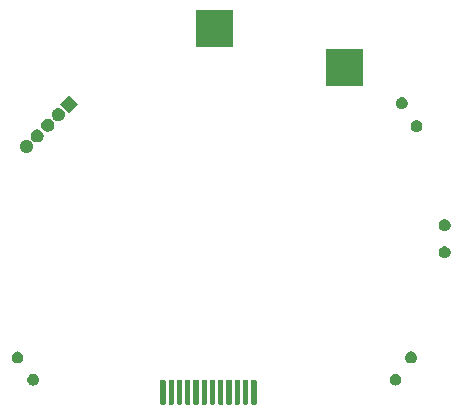
<source format=gbr>
G04 #@! TF.GenerationSoftware,KiCad,Pcbnew,(5.1.6)-1*
G04 #@! TF.CreationDate,2020-05-24T14:26:44-05:00*
G04 #@! TF.ProjectId,nrf,6e72662e-6b69-4636-9164-5f7063625858,rev?*
G04 #@! TF.SameCoordinates,Original*
G04 #@! TF.FileFunction,Soldermask,Bot*
G04 #@! TF.FilePolarity,Negative*
%FSLAX46Y46*%
G04 Gerber Fmt 4.6, Leading zero omitted, Abs format (unit mm)*
G04 Created by KiCad (PCBNEW (5.1.6)-1) date 2020-05-24 14:26:44*
%MOMM*%
%LPD*%
G01*
G04 APERTURE LIST*
%ADD10C,0.100000*%
G04 APERTURE END LIST*
D10*
G36*
X136505204Y-121951124D02*
G01*
X136521598Y-121956097D01*
X136536711Y-121964175D01*
X136549955Y-121975045D01*
X136560825Y-121988289D01*
X136568903Y-122003402D01*
X136573876Y-122019796D01*
X136575800Y-122039331D01*
X136575800Y-123960669D01*
X136573876Y-123980204D01*
X136568903Y-123996598D01*
X136560825Y-124011711D01*
X136549955Y-124024955D01*
X136536711Y-124035825D01*
X136521598Y-124043903D01*
X136505204Y-124048876D01*
X136485669Y-124050800D01*
X136214331Y-124050800D01*
X136194796Y-124048876D01*
X136178402Y-124043903D01*
X136163289Y-124035825D01*
X136150045Y-124024955D01*
X136139175Y-124011711D01*
X136131097Y-123996598D01*
X136126124Y-123980204D01*
X136124200Y-123960669D01*
X136124200Y-122039331D01*
X136126124Y-122019796D01*
X136131097Y-122003402D01*
X136139175Y-121988289D01*
X136150045Y-121975045D01*
X136163289Y-121964175D01*
X136178402Y-121956097D01*
X136194796Y-121951124D01*
X136214331Y-121949200D01*
X136485669Y-121949200D01*
X136505204Y-121951124D01*
G37*
G36*
X137205204Y-121951124D02*
G01*
X137221598Y-121956097D01*
X137236711Y-121964175D01*
X137249955Y-121975045D01*
X137260825Y-121988289D01*
X137268903Y-122003402D01*
X137273876Y-122019796D01*
X137275800Y-122039331D01*
X137275800Y-123960669D01*
X137273876Y-123980204D01*
X137268903Y-123996598D01*
X137260825Y-124011711D01*
X137249955Y-124024955D01*
X137236711Y-124035825D01*
X137221598Y-124043903D01*
X137205204Y-124048876D01*
X137185669Y-124050800D01*
X136914331Y-124050800D01*
X136894796Y-124048876D01*
X136878402Y-124043903D01*
X136863289Y-124035825D01*
X136850045Y-124024955D01*
X136839175Y-124011711D01*
X136831097Y-123996598D01*
X136826124Y-123980204D01*
X136824200Y-123960669D01*
X136824200Y-122039331D01*
X136826124Y-122019796D01*
X136831097Y-122003402D01*
X136839175Y-121988289D01*
X136850045Y-121975045D01*
X136863289Y-121964175D01*
X136878402Y-121956097D01*
X136894796Y-121951124D01*
X136914331Y-121949200D01*
X137185669Y-121949200D01*
X137205204Y-121951124D01*
G37*
G36*
X137905204Y-121951124D02*
G01*
X137921598Y-121956097D01*
X137936711Y-121964175D01*
X137949955Y-121975045D01*
X137960825Y-121988289D01*
X137968903Y-122003402D01*
X137973876Y-122019796D01*
X137975800Y-122039331D01*
X137975800Y-123960669D01*
X137973876Y-123980204D01*
X137968903Y-123996598D01*
X137960825Y-124011711D01*
X137949955Y-124024955D01*
X137936711Y-124035825D01*
X137921598Y-124043903D01*
X137905204Y-124048876D01*
X137885669Y-124050800D01*
X137614331Y-124050800D01*
X137594796Y-124048876D01*
X137578402Y-124043903D01*
X137563289Y-124035825D01*
X137550045Y-124024955D01*
X137539175Y-124011711D01*
X137531097Y-123996598D01*
X137526124Y-123980204D01*
X137524200Y-123960669D01*
X137524200Y-122039331D01*
X137526124Y-122019796D01*
X137531097Y-122003402D01*
X137539175Y-121988289D01*
X137550045Y-121975045D01*
X137563289Y-121964175D01*
X137578402Y-121956097D01*
X137594796Y-121951124D01*
X137614331Y-121949200D01*
X137885669Y-121949200D01*
X137905204Y-121951124D01*
G37*
G36*
X142105204Y-121951124D02*
G01*
X142121598Y-121956097D01*
X142136711Y-121964175D01*
X142149955Y-121975045D01*
X142160825Y-121988289D01*
X142168903Y-122003402D01*
X142173876Y-122019796D01*
X142175800Y-122039331D01*
X142175800Y-123960669D01*
X142173876Y-123980204D01*
X142168903Y-123996598D01*
X142160825Y-124011711D01*
X142149955Y-124024955D01*
X142136711Y-124035825D01*
X142121598Y-124043903D01*
X142105204Y-124048876D01*
X142085669Y-124050800D01*
X141814331Y-124050800D01*
X141794796Y-124048876D01*
X141778402Y-124043903D01*
X141763289Y-124035825D01*
X141750045Y-124024955D01*
X141739175Y-124011711D01*
X141731097Y-123996598D01*
X141726124Y-123980204D01*
X141724200Y-123960669D01*
X141724200Y-122039331D01*
X141726124Y-122019796D01*
X141731097Y-122003402D01*
X141739175Y-121988289D01*
X141750045Y-121975045D01*
X141763289Y-121964175D01*
X141778402Y-121956097D01*
X141794796Y-121951124D01*
X141814331Y-121949200D01*
X142085669Y-121949200D01*
X142105204Y-121951124D01*
G37*
G36*
X141405204Y-121951124D02*
G01*
X141421598Y-121956097D01*
X141436711Y-121964175D01*
X141449955Y-121975045D01*
X141460825Y-121988289D01*
X141468903Y-122003402D01*
X141473876Y-122019796D01*
X141475800Y-122039331D01*
X141475800Y-123960669D01*
X141473876Y-123980204D01*
X141468903Y-123996598D01*
X141460825Y-124011711D01*
X141449955Y-124024955D01*
X141436711Y-124035825D01*
X141421598Y-124043903D01*
X141405204Y-124048876D01*
X141385669Y-124050800D01*
X141114331Y-124050800D01*
X141094796Y-124048876D01*
X141078402Y-124043903D01*
X141063289Y-124035825D01*
X141050045Y-124024955D01*
X141039175Y-124011711D01*
X141031097Y-123996598D01*
X141026124Y-123980204D01*
X141024200Y-123960669D01*
X141024200Y-122039331D01*
X141026124Y-122019796D01*
X141031097Y-122003402D01*
X141039175Y-121988289D01*
X141050045Y-121975045D01*
X141063289Y-121964175D01*
X141078402Y-121956097D01*
X141094796Y-121951124D01*
X141114331Y-121949200D01*
X141385669Y-121949200D01*
X141405204Y-121951124D01*
G37*
G36*
X140705204Y-121951124D02*
G01*
X140721598Y-121956097D01*
X140736711Y-121964175D01*
X140749955Y-121975045D01*
X140760825Y-121988289D01*
X140768903Y-122003402D01*
X140773876Y-122019796D01*
X140775800Y-122039331D01*
X140775800Y-123960669D01*
X140773876Y-123980204D01*
X140768903Y-123996598D01*
X140760825Y-124011711D01*
X140749955Y-124024955D01*
X140736711Y-124035825D01*
X140721598Y-124043903D01*
X140705204Y-124048876D01*
X140685669Y-124050800D01*
X140414331Y-124050800D01*
X140394796Y-124048876D01*
X140378402Y-124043903D01*
X140363289Y-124035825D01*
X140350045Y-124024955D01*
X140339175Y-124011711D01*
X140331097Y-123996598D01*
X140326124Y-123980204D01*
X140324200Y-123960669D01*
X140324200Y-122039331D01*
X140326124Y-122019796D01*
X140331097Y-122003402D01*
X140339175Y-121988289D01*
X140350045Y-121975045D01*
X140363289Y-121964175D01*
X140378402Y-121956097D01*
X140394796Y-121951124D01*
X140414331Y-121949200D01*
X140685669Y-121949200D01*
X140705204Y-121951124D01*
G37*
G36*
X140005204Y-121951124D02*
G01*
X140021598Y-121956097D01*
X140036711Y-121964175D01*
X140049955Y-121975045D01*
X140060825Y-121988289D01*
X140068903Y-122003402D01*
X140073876Y-122019796D01*
X140075800Y-122039331D01*
X140075800Y-123960669D01*
X140073876Y-123980204D01*
X140068903Y-123996598D01*
X140060825Y-124011711D01*
X140049955Y-124024955D01*
X140036711Y-124035825D01*
X140021598Y-124043903D01*
X140005204Y-124048876D01*
X139985669Y-124050800D01*
X139714331Y-124050800D01*
X139694796Y-124048876D01*
X139678402Y-124043903D01*
X139663289Y-124035825D01*
X139650045Y-124024955D01*
X139639175Y-124011711D01*
X139631097Y-123996598D01*
X139626124Y-123980204D01*
X139624200Y-123960669D01*
X139624200Y-122039331D01*
X139626124Y-122019796D01*
X139631097Y-122003402D01*
X139639175Y-121988289D01*
X139650045Y-121975045D01*
X139663289Y-121964175D01*
X139678402Y-121956097D01*
X139694796Y-121951124D01*
X139714331Y-121949200D01*
X139985669Y-121949200D01*
X140005204Y-121951124D01*
G37*
G36*
X138605204Y-121951124D02*
G01*
X138621598Y-121956097D01*
X138636711Y-121964175D01*
X138649955Y-121975045D01*
X138660825Y-121988289D01*
X138668903Y-122003402D01*
X138673876Y-122019796D01*
X138675800Y-122039331D01*
X138675800Y-123960669D01*
X138673876Y-123980204D01*
X138668903Y-123996598D01*
X138660825Y-124011711D01*
X138649955Y-124024955D01*
X138636711Y-124035825D01*
X138621598Y-124043903D01*
X138605204Y-124048876D01*
X138585669Y-124050800D01*
X138314331Y-124050800D01*
X138294796Y-124048876D01*
X138278402Y-124043903D01*
X138263289Y-124035825D01*
X138250045Y-124024955D01*
X138239175Y-124011711D01*
X138231097Y-123996598D01*
X138226124Y-123980204D01*
X138224200Y-123960669D01*
X138224200Y-122039331D01*
X138226124Y-122019796D01*
X138231097Y-122003402D01*
X138239175Y-121988289D01*
X138250045Y-121975045D01*
X138263289Y-121964175D01*
X138278402Y-121956097D01*
X138294796Y-121951124D01*
X138314331Y-121949200D01*
X138585669Y-121949200D01*
X138605204Y-121951124D01*
G37*
G36*
X139305204Y-121951124D02*
G01*
X139321598Y-121956097D01*
X139336711Y-121964175D01*
X139349955Y-121975045D01*
X139360825Y-121988289D01*
X139368903Y-122003402D01*
X139373876Y-122019796D01*
X139375800Y-122039331D01*
X139375800Y-123960669D01*
X139373876Y-123980204D01*
X139368903Y-123996598D01*
X139360825Y-124011711D01*
X139349955Y-124024955D01*
X139336711Y-124035825D01*
X139321598Y-124043903D01*
X139305204Y-124048876D01*
X139285669Y-124050800D01*
X139014331Y-124050800D01*
X138994796Y-124048876D01*
X138978402Y-124043903D01*
X138963289Y-124035825D01*
X138950045Y-124024955D01*
X138939175Y-124011711D01*
X138931097Y-123996598D01*
X138926124Y-123980204D01*
X138924200Y-123960669D01*
X138924200Y-122039331D01*
X138926124Y-122019796D01*
X138931097Y-122003402D01*
X138939175Y-121988289D01*
X138950045Y-121975045D01*
X138963289Y-121964175D01*
X138978402Y-121956097D01*
X138994796Y-121951124D01*
X139014331Y-121949200D01*
X139285669Y-121949200D01*
X139305204Y-121951124D01*
G37*
G36*
X135805204Y-121951124D02*
G01*
X135821598Y-121956097D01*
X135836711Y-121964175D01*
X135849955Y-121975045D01*
X135860825Y-121988289D01*
X135868903Y-122003402D01*
X135873876Y-122019796D01*
X135875800Y-122039331D01*
X135875800Y-123960669D01*
X135873876Y-123980204D01*
X135868903Y-123996598D01*
X135860825Y-124011711D01*
X135849955Y-124024955D01*
X135836711Y-124035825D01*
X135821598Y-124043903D01*
X135805204Y-124048876D01*
X135785669Y-124050800D01*
X135514331Y-124050800D01*
X135494796Y-124048876D01*
X135478402Y-124043903D01*
X135463289Y-124035825D01*
X135450045Y-124024955D01*
X135439175Y-124011711D01*
X135431097Y-123996598D01*
X135426124Y-123980204D01*
X135424200Y-123960669D01*
X135424200Y-122039331D01*
X135426124Y-122019796D01*
X135431097Y-122003402D01*
X135439175Y-121988289D01*
X135450045Y-121975045D01*
X135463289Y-121964175D01*
X135478402Y-121956097D01*
X135494796Y-121951124D01*
X135514331Y-121949200D01*
X135785669Y-121949200D01*
X135805204Y-121951124D01*
G37*
G36*
X143505204Y-121951124D02*
G01*
X143521598Y-121956097D01*
X143536711Y-121964175D01*
X143549955Y-121975045D01*
X143560825Y-121988289D01*
X143568903Y-122003402D01*
X143573876Y-122019796D01*
X143575800Y-122039331D01*
X143575800Y-123960669D01*
X143573876Y-123980204D01*
X143568903Y-123996598D01*
X143560825Y-124011711D01*
X143549955Y-124024955D01*
X143536711Y-124035825D01*
X143521598Y-124043903D01*
X143505204Y-124048876D01*
X143485669Y-124050800D01*
X143214331Y-124050800D01*
X143194796Y-124048876D01*
X143178402Y-124043903D01*
X143163289Y-124035825D01*
X143150045Y-124024955D01*
X143139175Y-124011711D01*
X143131097Y-123996598D01*
X143126124Y-123980204D01*
X143124200Y-123960669D01*
X143124200Y-122039331D01*
X143126124Y-122019796D01*
X143131097Y-122003402D01*
X143139175Y-121988289D01*
X143150045Y-121975045D01*
X143163289Y-121964175D01*
X143178402Y-121956097D01*
X143194796Y-121951124D01*
X143214331Y-121949200D01*
X143485669Y-121949200D01*
X143505204Y-121951124D01*
G37*
G36*
X142805204Y-121951124D02*
G01*
X142821598Y-121956097D01*
X142836711Y-121964175D01*
X142849955Y-121975045D01*
X142860825Y-121988289D01*
X142868903Y-122003402D01*
X142873876Y-122019796D01*
X142875800Y-122039331D01*
X142875800Y-123960669D01*
X142873876Y-123980204D01*
X142868903Y-123996598D01*
X142860825Y-124011711D01*
X142849955Y-124024955D01*
X142836711Y-124035825D01*
X142821598Y-124043903D01*
X142805204Y-124048876D01*
X142785669Y-124050800D01*
X142514331Y-124050800D01*
X142494796Y-124048876D01*
X142478402Y-124043903D01*
X142463289Y-124035825D01*
X142450045Y-124024955D01*
X142439175Y-124011711D01*
X142431097Y-123996598D01*
X142426124Y-123980204D01*
X142424200Y-123960669D01*
X142424200Y-122039331D01*
X142426124Y-122019796D01*
X142431097Y-122003402D01*
X142439175Y-121988289D01*
X142450045Y-121975045D01*
X142463289Y-121964175D01*
X142478402Y-121956097D01*
X142494796Y-121951124D01*
X142514331Y-121949200D01*
X142785669Y-121949200D01*
X142805204Y-121951124D01*
G37*
G36*
X124741188Y-121447640D02*
G01*
X124805693Y-121460471D01*
X124896831Y-121498222D01*
X124978855Y-121553028D01*
X125048610Y-121622783D01*
X125103416Y-121704807D01*
X125141167Y-121795945D01*
X125160413Y-121892702D01*
X125160413Y-121991348D01*
X125141167Y-122088105D01*
X125103416Y-122179243D01*
X125048610Y-122261267D01*
X124978855Y-122331022D01*
X124896831Y-122385828D01*
X124805693Y-122423579D01*
X124741188Y-122436410D01*
X124708937Y-122442825D01*
X124610289Y-122442825D01*
X124578038Y-122436410D01*
X124513533Y-122423579D01*
X124422395Y-122385828D01*
X124340371Y-122331022D01*
X124270616Y-122261267D01*
X124215810Y-122179243D01*
X124178059Y-122088105D01*
X124158813Y-121991348D01*
X124158813Y-121892702D01*
X124178059Y-121795945D01*
X124215810Y-121704807D01*
X124270616Y-121622783D01*
X124340371Y-121553028D01*
X124422395Y-121498222D01*
X124513533Y-121460471D01*
X124578038Y-121447640D01*
X124610289Y-121441225D01*
X124708937Y-121441225D01*
X124741188Y-121447640D01*
G37*
G36*
X155421962Y-121447640D02*
G01*
X155486467Y-121460471D01*
X155577605Y-121498222D01*
X155659629Y-121553028D01*
X155729384Y-121622783D01*
X155784190Y-121704807D01*
X155821941Y-121795945D01*
X155841187Y-121892702D01*
X155841187Y-121991348D01*
X155821941Y-122088105D01*
X155784190Y-122179243D01*
X155729384Y-122261267D01*
X155659629Y-122331022D01*
X155577605Y-122385828D01*
X155486467Y-122423579D01*
X155421962Y-122436410D01*
X155389711Y-122442825D01*
X155291063Y-122442825D01*
X155258812Y-122436410D01*
X155194307Y-122423579D01*
X155103169Y-122385828D01*
X155021145Y-122331022D01*
X154951390Y-122261267D01*
X154896584Y-122179243D01*
X154858833Y-122088105D01*
X154839587Y-121991348D01*
X154839587Y-121892702D01*
X154858833Y-121795945D01*
X154896584Y-121704807D01*
X154951390Y-121622783D01*
X155021145Y-121553028D01*
X155103169Y-121498222D01*
X155194307Y-121460471D01*
X155258812Y-121447640D01*
X155291063Y-121441225D01*
X155389711Y-121441225D01*
X155421962Y-121447640D01*
G37*
G36*
X123421962Y-119563590D02*
G01*
X123486467Y-119576421D01*
X123577605Y-119614172D01*
X123659629Y-119668978D01*
X123729384Y-119738733D01*
X123784190Y-119820757D01*
X123821941Y-119911895D01*
X123841187Y-120008652D01*
X123841187Y-120107298D01*
X123821941Y-120204055D01*
X123784190Y-120295193D01*
X123729384Y-120377217D01*
X123659629Y-120446972D01*
X123577605Y-120501778D01*
X123486467Y-120539529D01*
X123421962Y-120552360D01*
X123389711Y-120558775D01*
X123291063Y-120558775D01*
X123258812Y-120552360D01*
X123194307Y-120539529D01*
X123103169Y-120501778D01*
X123021145Y-120446972D01*
X122951390Y-120377217D01*
X122896584Y-120295193D01*
X122858833Y-120204055D01*
X122839587Y-120107298D01*
X122839587Y-120008652D01*
X122858833Y-119911895D01*
X122896584Y-119820757D01*
X122951390Y-119738733D01*
X123021145Y-119668978D01*
X123103169Y-119614172D01*
X123194307Y-119576421D01*
X123258812Y-119563590D01*
X123291063Y-119557175D01*
X123389711Y-119557175D01*
X123421962Y-119563590D01*
G37*
G36*
X156741188Y-119563590D02*
G01*
X156805693Y-119576421D01*
X156896831Y-119614172D01*
X156978855Y-119668978D01*
X157048610Y-119738733D01*
X157103416Y-119820757D01*
X157141167Y-119911895D01*
X157160413Y-120008652D01*
X157160413Y-120107298D01*
X157141167Y-120204055D01*
X157103416Y-120295193D01*
X157048610Y-120377217D01*
X156978855Y-120446972D01*
X156896831Y-120501778D01*
X156805693Y-120539529D01*
X156741188Y-120552360D01*
X156708937Y-120558775D01*
X156610289Y-120558775D01*
X156578038Y-120552360D01*
X156513533Y-120539529D01*
X156422395Y-120501778D01*
X156340371Y-120446972D01*
X156270616Y-120377217D01*
X156215810Y-120295193D01*
X156178059Y-120204055D01*
X156158813Y-120107298D01*
X156158813Y-120008652D01*
X156178059Y-119911895D01*
X156215810Y-119820757D01*
X156270616Y-119738733D01*
X156340371Y-119668978D01*
X156422395Y-119614172D01*
X156513533Y-119576421D01*
X156578038Y-119563590D01*
X156610289Y-119557175D01*
X156708937Y-119557175D01*
X156741188Y-119563590D01*
G37*
G36*
X159581575Y-110655615D02*
G01*
X159646080Y-110668446D01*
X159737218Y-110706197D01*
X159819242Y-110761003D01*
X159888997Y-110830758D01*
X159943803Y-110912782D01*
X159981554Y-111003920D01*
X160000800Y-111100677D01*
X160000800Y-111199323D01*
X159981554Y-111296080D01*
X159943803Y-111387218D01*
X159888997Y-111469242D01*
X159819242Y-111538997D01*
X159737218Y-111593803D01*
X159646080Y-111631554D01*
X159581575Y-111644385D01*
X159549324Y-111650800D01*
X159450676Y-111650800D01*
X159418425Y-111644385D01*
X159353920Y-111631554D01*
X159262782Y-111593803D01*
X159180758Y-111538997D01*
X159111003Y-111469242D01*
X159056197Y-111387218D01*
X159018446Y-111296080D01*
X158999200Y-111199323D01*
X158999200Y-111100677D01*
X159018446Y-111003920D01*
X159056197Y-110912782D01*
X159111003Y-110830758D01*
X159180758Y-110761003D01*
X159262782Y-110706197D01*
X159353920Y-110668446D01*
X159418425Y-110655615D01*
X159450676Y-110649200D01*
X159549324Y-110649200D01*
X159581575Y-110655615D01*
G37*
G36*
X159581575Y-108355615D02*
G01*
X159646080Y-108368446D01*
X159737218Y-108406197D01*
X159819242Y-108461003D01*
X159888997Y-108530758D01*
X159943803Y-108612782D01*
X159981554Y-108703920D01*
X160000800Y-108800677D01*
X160000800Y-108899323D01*
X159981554Y-108996080D01*
X159943803Y-109087218D01*
X159888997Y-109169242D01*
X159819242Y-109238997D01*
X159737218Y-109293803D01*
X159646080Y-109331554D01*
X159581575Y-109344385D01*
X159549324Y-109350800D01*
X159450676Y-109350800D01*
X159418425Y-109344385D01*
X159353920Y-109331554D01*
X159262782Y-109293803D01*
X159180758Y-109238997D01*
X159111003Y-109169242D01*
X159056197Y-109087218D01*
X159018446Y-108996080D01*
X158999200Y-108899323D01*
X158999200Y-108800677D01*
X159018446Y-108703920D01*
X159056197Y-108612782D01*
X159111003Y-108530758D01*
X159180758Y-108461003D01*
X159262782Y-108406197D01*
X159353920Y-108368446D01*
X159418425Y-108355615D01*
X159450676Y-108349200D01*
X159549324Y-108349200D01*
X159581575Y-108355615D01*
G37*
G36*
X124264611Y-101666418D02*
G01*
X124364851Y-101707938D01*
X124455063Y-101768217D01*
X124531783Y-101844937D01*
X124592062Y-101935149D01*
X124633582Y-102035389D01*
X124654749Y-102141802D01*
X124654749Y-102250300D01*
X124633582Y-102356713D01*
X124592062Y-102456953D01*
X124531783Y-102547165D01*
X124455063Y-102623885D01*
X124364851Y-102684164D01*
X124264611Y-102725684D01*
X124158198Y-102746851D01*
X124049700Y-102746851D01*
X123943287Y-102725684D01*
X123843047Y-102684164D01*
X123752835Y-102623885D01*
X123676115Y-102547165D01*
X123615836Y-102456953D01*
X123574316Y-102356713D01*
X123553149Y-102250300D01*
X123553149Y-102141802D01*
X123574316Y-102035389D01*
X123615836Y-101935149D01*
X123676115Y-101844937D01*
X123752835Y-101768217D01*
X123843047Y-101707938D01*
X123943287Y-101666418D01*
X124049700Y-101645251D01*
X124158198Y-101645251D01*
X124264611Y-101666418D01*
G37*
G36*
X125162636Y-100768393D02*
G01*
X125262876Y-100809913D01*
X125353088Y-100870192D01*
X125429808Y-100946912D01*
X125490087Y-101037124D01*
X125531607Y-101137364D01*
X125552774Y-101243777D01*
X125552774Y-101352275D01*
X125531607Y-101458688D01*
X125490087Y-101558928D01*
X125429808Y-101649140D01*
X125353088Y-101725860D01*
X125262876Y-101786139D01*
X125162636Y-101827659D01*
X125056223Y-101848826D01*
X124947725Y-101848826D01*
X124841312Y-101827659D01*
X124741072Y-101786139D01*
X124650860Y-101725860D01*
X124574140Y-101649140D01*
X124513861Y-101558928D01*
X124472341Y-101458688D01*
X124451174Y-101352275D01*
X124451174Y-101243777D01*
X124472341Y-101137364D01*
X124513861Y-101037124D01*
X124574140Y-100946912D01*
X124650860Y-100870192D01*
X124741072Y-100809913D01*
X124841312Y-100768393D01*
X124947725Y-100747226D01*
X125056223Y-100747226D01*
X125162636Y-100768393D01*
G37*
G36*
X157207910Y-99970086D02*
G01*
X157272415Y-99982917D01*
X157363553Y-100020668D01*
X157445577Y-100075474D01*
X157515332Y-100145229D01*
X157570138Y-100227253D01*
X157607889Y-100318391D01*
X157627135Y-100415148D01*
X157627135Y-100513794D01*
X157607889Y-100610551D01*
X157570138Y-100701689D01*
X157515332Y-100783713D01*
X157445577Y-100853468D01*
X157363553Y-100908274D01*
X157272415Y-100946025D01*
X157207910Y-100958856D01*
X157175659Y-100965271D01*
X157077011Y-100965271D01*
X157044760Y-100958856D01*
X156980255Y-100946025D01*
X156889117Y-100908274D01*
X156807093Y-100853468D01*
X156737338Y-100783713D01*
X156682532Y-100701689D01*
X156644781Y-100610551D01*
X156625535Y-100513794D01*
X156625535Y-100415148D01*
X156644781Y-100318391D01*
X156682532Y-100227253D01*
X156737338Y-100145229D01*
X156807093Y-100075474D01*
X156889117Y-100020668D01*
X156980255Y-99982917D01*
X157044760Y-99970086D01*
X157077011Y-99963671D01*
X157175659Y-99963671D01*
X157207910Y-99970086D01*
G37*
G36*
X126060662Y-99870367D02*
G01*
X126160902Y-99911887D01*
X126251114Y-99972166D01*
X126327834Y-100048886D01*
X126388113Y-100139098D01*
X126429633Y-100239338D01*
X126450800Y-100345751D01*
X126450800Y-100454249D01*
X126429633Y-100560662D01*
X126388113Y-100660902D01*
X126327834Y-100751114D01*
X126251114Y-100827834D01*
X126160902Y-100888113D01*
X126060662Y-100929633D01*
X125954249Y-100950800D01*
X125845751Y-100950800D01*
X125739338Y-100929633D01*
X125639098Y-100888113D01*
X125548886Y-100827834D01*
X125472166Y-100751114D01*
X125411887Y-100660902D01*
X125370367Y-100560662D01*
X125349200Y-100454249D01*
X125349200Y-100345751D01*
X125370367Y-100239338D01*
X125411887Y-100139098D01*
X125472166Y-100048886D01*
X125548886Y-99972166D01*
X125639098Y-99911887D01*
X125739338Y-99870367D01*
X125845751Y-99849200D01*
X125954249Y-99849200D01*
X126060662Y-99870367D01*
G37*
G36*
X126958687Y-98972342D02*
G01*
X127058927Y-99013862D01*
X127149139Y-99074141D01*
X127225859Y-99150861D01*
X127286138Y-99241073D01*
X127327658Y-99341313D01*
X127348825Y-99447726D01*
X127348825Y-99556224D01*
X127327658Y-99662637D01*
X127286138Y-99762877D01*
X127225859Y-99853089D01*
X127149139Y-99929809D01*
X127058927Y-99990088D01*
X126958687Y-100031608D01*
X126852274Y-100052775D01*
X126743776Y-100052775D01*
X126637363Y-100031608D01*
X126537123Y-99990088D01*
X126446911Y-99929809D01*
X126370191Y-99853089D01*
X126309912Y-99762877D01*
X126268392Y-99662637D01*
X126247225Y-99556224D01*
X126247225Y-99447726D01*
X126268392Y-99341313D01*
X126309912Y-99241073D01*
X126370191Y-99150861D01*
X126446911Y-99074141D01*
X126537123Y-99013862D01*
X126637363Y-98972342D01*
X126743776Y-98951175D01*
X126852274Y-98951175D01*
X126958687Y-98972342D01*
G37*
G36*
X128475000Y-98603949D02*
G01*
X127696051Y-99382898D01*
X126917102Y-98603949D01*
X127696051Y-97825000D01*
X128475000Y-98603949D01*
G37*
G36*
X155955240Y-98041144D02*
G01*
X156019745Y-98053975D01*
X156110883Y-98091726D01*
X156192907Y-98146532D01*
X156262662Y-98216287D01*
X156317468Y-98298311D01*
X156355219Y-98389449D01*
X156374465Y-98486206D01*
X156374465Y-98584852D01*
X156355219Y-98681609D01*
X156317468Y-98772747D01*
X156262662Y-98854771D01*
X156192907Y-98924526D01*
X156110883Y-98979332D01*
X156019745Y-99017083D01*
X155955240Y-99029914D01*
X155922989Y-99036329D01*
X155824341Y-99036329D01*
X155792090Y-99029914D01*
X155727585Y-99017083D01*
X155636447Y-98979332D01*
X155554423Y-98924526D01*
X155484668Y-98854771D01*
X155429862Y-98772747D01*
X155392111Y-98681609D01*
X155372865Y-98584852D01*
X155372865Y-98486206D01*
X155392111Y-98389449D01*
X155429862Y-98298311D01*
X155484668Y-98216287D01*
X155554423Y-98146532D01*
X155636447Y-98091726D01*
X155727585Y-98053975D01*
X155792090Y-98041144D01*
X155824341Y-98034729D01*
X155922989Y-98034729D01*
X155955240Y-98041144D01*
G37*
G36*
X152550800Y-97050800D02*
G01*
X149449200Y-97050800D01*
X149449200Y-93949200D01*
X152550800Y-93949200D01*
X152550800Y-97050800D01*
G37*
G36*
X141550800Y-93750800D02*
G01*
X138449200Y-93750800D01*
X138449200Y-90649200D01*
X141550800Y-90649200D01*
X141550800Y-93750800D01*
G37*
M02*

</source>
